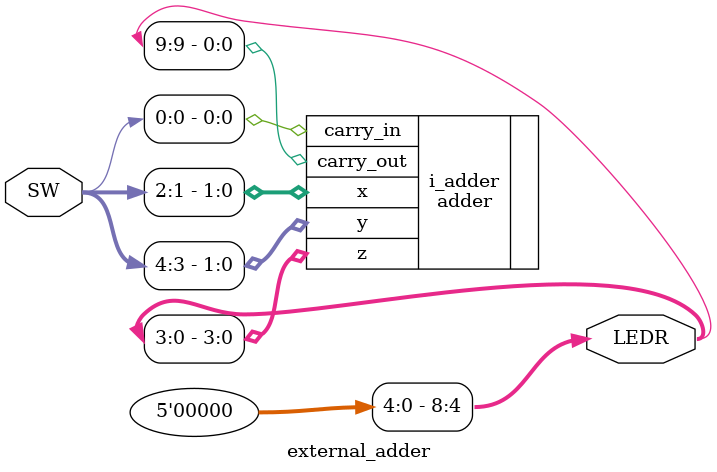
<source format=v>
module external_adder
(
    input  [9:0] SW,
    output [9:0] LEDR
);
    //WIDTH	no greater than 4
    parameter WIDTH = 2;
    
	 //adder
    adder #(.WIDTH(WIDTH)) i_adder
    (
        .carry_in (SW [0]                  ),
        .x        (SW [WIDTH:1]            ),
        .y        (SW [2 * WIDTH:WIDTH + 1]),
        .z        (LEDR[2 * WIDTH - 1:0]   ),
        .carry_out(LEDR[9]                 )
    );
    
    assign LEDR[8:2 * WIDTH] = 0;
    
endmodule

</source>
